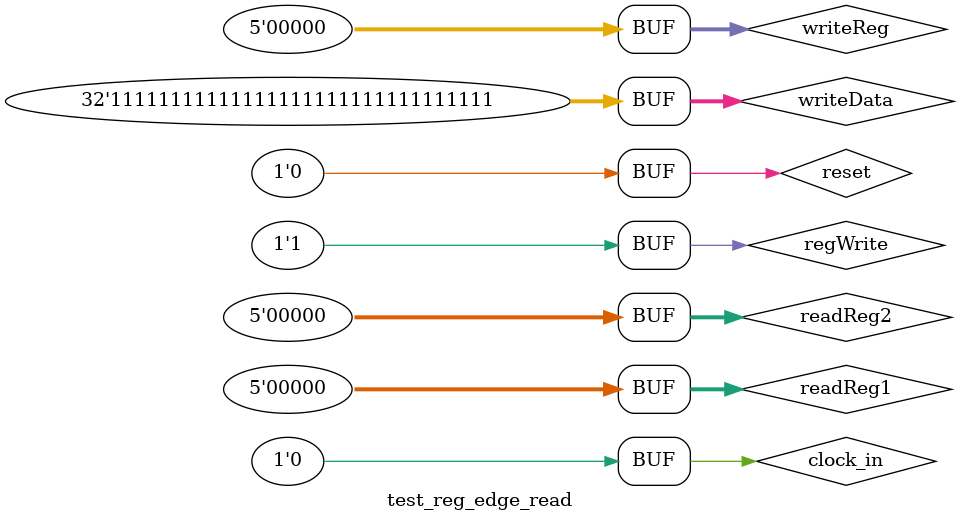
<source format=v>
`timescale 1ns / 1ps


module test_reg_edge_read;

	// Inputs
	reg clock_in;
	reg regWrite;
	reg [4:0] readReg1;
	reg [4:0] readReg2;
	reg [4:0] writeReg;
	reg [31:0] writeData;
	reg reset;

	// Outputs
	wire [31:0] readData1;
	wire [31:0] readData2;

	// Instantiate the Unit Under Test (UUT)
	Register uut (
		.clock_in(clock_in), 
		.regWrite(regWrite), 
		.readReg1(readReg1), 
		.readReg2(readReg2), 
		.writeReg(writeReg), 
		.writeData(writeData), 
		.reset(reset), 
		.readData1(readData1), 
		.readData2(readData2)
	);

	initial begin
		// Initialize Inputs
		clock_in = 0;
		regWrite = 1;
		readReg1 = 0;
		readReg2 = 0;
		writeReg = 0;
		writeData = 0;
		reset = 1;

		// Wait 100 ns for global reset to finish
		#100;
        
		// Add stimulus here
		reset = 0;
		
		#10;
		writeData = 'b11111111111111111111111111111111;
		
		
		
	end
      
endmodule


</source>
